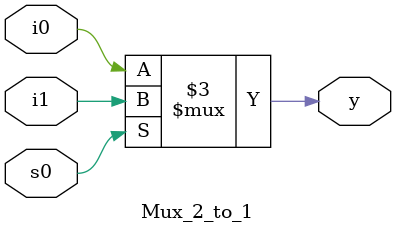
<source format=v>
/*
Instructions
-------------------
Students are not allowed to make any changes in the Module declaration.
This file is used to design 2:1 Multiplexer.

Recommended Quartus Version : 19.1
The submitted project file must be 19.1 compatible as the evaluation will be done on Quartus Prime Lite 19.1.

Warning: The error due to compatibility will not be entertained.
			Do not make any changes to Test_Bench_Vector.txt file. Violating will result into Disqualification.
-------------------
*/

//2:1 MUX design
//Inputs	: i1(MSB), io(LSB) & select line(s0)
//Output	: y

//////////////////DO NOT MAKE ANY CHANGES IN MODULE//////////////////
module Mux_2_to_1(
	input		i1,       //INPUT i1 (MSB)
	input		i0,		 //INPUT i0
	input		s0,		 //SELECT INPUT s0(LSB)
	output reg	y		 //OUTPUT y
);


////////////////////////WRITE YOUR CODE FROM HERE//////////////////// 
	
always@(i1,i0,s0)
begin
 if(s0)
  y = i1;
 else
  y = i0;
end
	
	

////////////////////////YOUR CODE ENDS HERE//////////////////////////
endmodule
///////////////////////////////MODULE ENDS///////////////////////////
</source>
